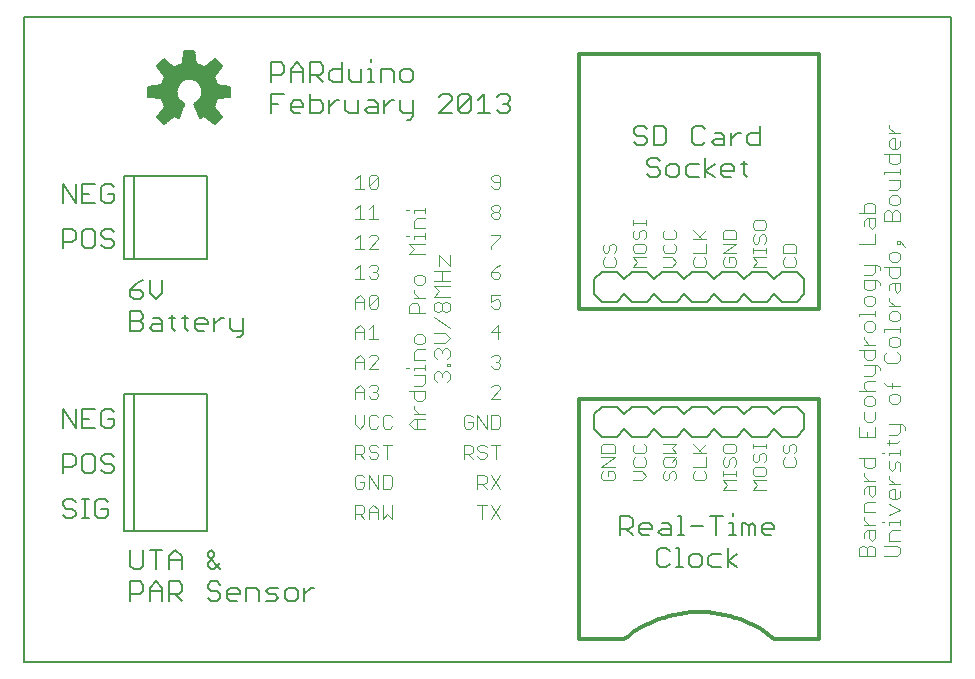
<source format=gto>
G75*
G70*
%OFA0B0*%
%FSLAX24Y24*%
%IPPOS*%
%LPD*%
%AMOC8*
5,1,8,0,0,1.08239X$1,22.5*
%
%ADD10C,0.0080*%
%ADD11C,0.0060*%
%ADD12C,0.0040*%
%ADD13C,0.0120*%
%ADD14C,0.0059*%
D10*
X000140Y000140D02*
X000140Y021636D01*
X031010Y021636D01*
X031010Y000140D01*
X000140Y000140D01*
X003473Y004479D02*
X003473Y009046D01*
X003788Y009046D01*
X003788Y004479D01*
X003473Y004479D01*
X003788Y004479D02*
X006229Y004479D01*
X006229Y009046D01*
X003788Y009046D01*
X003788Y013573D02*
X003473Y013573D01*
X003473Y016329D01*
X003788Y016329D01*
X003788Y013573D01*
X006229Y013573D01*
X006229Y016329D01*
X003788Y016329D01*
X019140Y012890D02*
X019140Y012390D01*
X019390Y012140D01*
X019890Y012140D01*
X020140Y012390D01*
X020390Y012140D01*
X020890Y012140D01*
X021140Y012390D01*
X021390Y012140D01*
X021890Y012140D01*
X022140Y012390D01*
X022390Y012140D01*
X022890Y012140D01*
X023140Y012390D01*
X023390Y012140D01*
X023890Y012140D01*
X024140Y012390D01*
X024390Y012140D01*
X024890Y012140D01*
X025140Y012390D01*
X025390Y012140D01*
X025890Y012140D01*
X026140Y012390D01*
X026140Y012890D01*
X025890Y013140D01*
X025390Y013140D01*
X025140Y012890D01*
X024890Y013140D01*
X024390Y013140D01*
X024140Y012890D01*
X023890Y013140D01*
X023390Y013140D01*
X023140Y012890D01*
X022890Y013140D01*
X022390Y013140D01*
X022140Y012890D01*
X021890Y013140D01*
X021390Y013140D01*
X021140Y012890D01*
X020890Y013140D01*
X020390Y013140D01*
X020140Y012890D01*
X019890Y013140D01*
X019390Y013140D01*
X019140Y012890D01*
X019390Y008640D02*
X019890Y008640D01*
X020140Y008390D01*
X020390Y008640D01*
X020890Y008640D01*
X021140Y008390D01*
X021390Y008640D01*
X021890Y008640D01*
X022140Y008390D01*
X022390Y008640D01*
X022890Y008640D01*
X023140Y008390D01*
X023390Y008640D01*
X023890Y008640D01*
X024140Y008390D01*
X024390Y008640D01*
X024890Y008640D01*
X025140Y008390D01*
X025390Y008640D01*
X025890Y008640D01*
X026140Y008390D01*
X026140Y007890D01*
X025890Y007640D01*
X025390Y007640D01*
X025140Y007890D01*
X024890Y007640D01*
X024390Y007640D01*
X024140Y007890D01*
X023890Y007640D01*
X023390Y007640D01*
X023140Y007890D01*
X022890Y007640D01*
X022390Y007640D01*
X022140Y007890D01*
X021890Y007640D01*
X021390Y007640D01*
X021140Y007890D01*
X020890Y007640D01*
X020390Y007640D01*
X020140Y007890D01*
X019890Y007640D01*
X019390Y007640D01*
X019140Y007890D01*
X019140Y008390D01*
X019390Y008640D01*
D11*
X023744Y005092D02*
X023744Y004986D01*
X023744Y004772D02*
X023637Y004772D01*
X023744Y004772D02*
X023744Y004345D01*
X023850Y004345D02*
X023637Y004345D01*
X023583Y003936D02*
X023583Y003295D01*
X023583Y003509D02*
X023903Y003722D01*
X023583Y003509D02*
X023903Y003295D01*
X023366Y003295D02*
X023045Y003295D01*
X022939Y003402D01*
X022939Y003615D01*
X023045Y003722D01*
X023366Y003722D01*
X023206Y004345D02*
X023206Y004986D01*
X023419Y004986D02*
X022992Y004986D01*
X022775Y004665D02*
X022348Y004665D01*
X022025Y004345D02*
X022025Y004986D01*
X021918Y004986D01*
X021701Y004665D02*
X021701Y004345D01*
X021380Y004345D01*
X021273Y004452D01*
X021380Y004559D01*
X021701Y004559D01*
X021701Y004665D02*
X021594Y004772D01*
X021380Y004772D01*
X021056Y004665D02*
X021056Y004559D01*
X020629Y004559D01*
X020629Y004665D02*
X020629Y004452D01*
X020736Y004345D01*
X020949Y004345D01*
X021327Y003936D02*
X021220Y003829D01*
X021220Y003402D01*
X021327Y003295D01*
X021540Y003295D01*
X021647Y003402D01*
X021864Y003295D02*
X022078Y003295D01*
X021971Y003295D02*
X021971Y003936D01*
X021864Y003936D01*
X021647Y003829D02*
X021540Y003936D01*
X021327Y003936D01*
X021918Y004345D02*
X022132Y004345D01*
X022401Y003722D02*
X022294Y003615D01*
X022294Y003402D01*
X022401Y003295D01*
X022614Y003295D01*
X022721Y003402D01*
X022721Y003615D01*
X022614Y003722D01*
X022401Y003722D01*
X021056Y004665D02*
X020949Y004772D01*
X020736Y004772D01*
X020629Y004665D01*
X020411Y004665D02*
X020305Y004559D01*
X019984Y004559D01*
X020198Y004559D02*
X020411Y004345D01*
X019984Y004345D02*
X019984Y004986D01*
X020305Y004986D01*
X020411Y004879D01*
X020411Y004665D01*
X024067Y004772D02*
X024067Y004345D01*
X024280Y004345D02*
X024280Y004665D01*
X024387Y004772D01*
X024494Y004665D01*
X024494Y004345D01*
X024711Y004452D02*
X024711Y004665D01*
X024818Y004772D01*
X025031Y004772D01*
X025138Y004665D01*
X025138Y004559D01*
X024711Y004559D01*
X024711Y004452D02*
X024818Y004345D01*
X025031Y004345D01*
X024280Y004665D02*
X024173Y004772D01*
X024067Y004772D01*
X009791Y002597D02*
X009684Y002597D01*
X009471Y002384D01*
X009471Y002597D02*
X009471Y002170D01*
X009253Y002277D02*
X009253Y002490D01*
X009147Y002597D01*
X008933Y002597D01*
X008826Y002490D01*
X008826Y002277D01*
X008933Y002170D01*
X009147Y002170D01*
X009253Y002277D01*
X008609Y002277D02*
X008502Y002170D01*
X008182Y002170D01*
X007964Y002170D02*
X007964Y002490D01*
X007858Y002597D01*
X007537Y002597D01*
X007537Y002170D01*
X007320Y002384D02*
X006893Y002384D01*
X006893Y002490D02*
X006893Y002277D01*
X007000Y002170D01*
X007213Y002170D01*
X007320Y002384D02*
X007320Y002490D01*
X007213Y002597D01*
X007000Y002597D01*
X006893Y002490D01*
X006675Y002384D02*
X006675Y002277D01*
X006568Y002170D01*
X006355Y002170D01*
X006248Y002277D01*
X006355Y002490D02*
X006568Y002490D01*
X006675Y002384D01*
X006355Y002490D02*
X006248Y002597D01*
X006248Y002704D01*
X006355Y002811D01*
X006568Y002811D01*
X006675Y002704D01*
X006675Y003220D02*
X006248Y003647D01*
X006248Y003754D01*
X006355Y003861D01*
X006462Y003754D01*
X006462Y003647D01*
X006248Y003434D01*
X006248Y003327D01*
X006355Y003220D01*
X006462Y003220D01*
X006675Y003434D01*
X005386Y003540D02*
X004959Y003540D01*
X004959Y003647D02*
X005173Y003861D01*
X005386Y003647D01*
X005386Y003220D01*
X005279Y002811D02*
X004959Y002811D01*
X004959Y002170D01*
X004959Y002384D02*
X005279Y002384D01*
X005386Y002490D01*
X005386Y002704D01*
X005279Y002811D01*
X004742Y002597D02*
X004742Y002170D01*
X005173Y002384D02*
X005386Y002170D01*
X004742Y002490D02*
X004315Y002490D01*
X004315Y002597D02*
X004528Y002811D01*
X004742Y002597D01*
X004315Y002597D02*
X004315Y002170D01*
X004097Y002490D02*
X003990Y002384D01*
X003670Y002384D01*
X003670Y002170D02*
X003670Y002811D01*
X003990Y002811D01*
X004097Y002704D01*
X004097Y002490D01*
X003990Y003220D02*
X004097Y003327D01*
X004097Y003861D01*
X004315Y003861D02*
X004742Y003861D01*
X004528Y003861D02*
X004528Y003220D01*
X004959Y003220D02*
X004959Y003647D01*
X003990Y003220D02*
X003777Y003220D01*
X003670Y003327D01*
X003670Y003861D01*
X002815Y004920D02*
X002601Y004920D01*
X002494Y005027D01*
X002494Y005454D01*
X002601Y005561D01*
X002815Y005561D01*
X002921Y005454D01*
X002921Y005240D02*
X002708Y005240D01*
X002921Y005240D02*
X002921Y005027D01*
X002815Y004920D01*
X002278Y004920D02*
X002065Y004920D01*
X002171Y004920D02*
X002171Y005561D01*
X002065Y005561D02*
X002278Y005561D01*
X001847Y005454D02*
X001740Y005561D01*
X001527Y005561D01*
X001420Y005454D01*
X001420Y005347D01*
X001527Y005240D01*
X001740Y005240D01*
X001847Y005134D01*
X001847Y005027D01*
X001740Y004920D01*
X001527Y004920D01*
X001420Y005027D01*
X001420Y006420D02*
X001420Y007061D01*
X001740Y007061D01*
X001847Y006954D01*
X001847Y006740D01*
X001740Y006634D01*
X001420Y006634D01*
X002065Y006527D02*
X002171Y006420D01*
X002385Y006420D01*
X002492Y006527D01*
X002492Y006954D01*
X002385Y007061D01*
X002171Y007061D01*
X002065Y006954D01*
X002065Y006527D01*
X002709Y006527D02*
X002816Y006420D01*
X003029Y006420D01*
X003136Y006527D01*
X003136Y006634D01*
X003029Y006740D01*
X002816Y006740D01*
X002709Y006847D01*
X002709Y006954D01*
X002816Y007061D01*
X003029Y007061D01*
X003136Y006954D01*
X003029Y007920D02*
X003136Y008027D01*
X003136Y008240D01*
X002923Y008240D01*
X003136Y008454D02*
X003029Y008561D01*
X002816Y008561D01*
X002709Y008454D01*
X002709Y008027D01*
X002816Y007920D01*
X003029Y007920D01*
X002492Y007920D02*
X002065Y007920D01*
X002065Y008561D01*
X002492Y008561D01*
X002278Y008240D02*
X002065Y008240D01*
X001847Y007920D02*
X001847Y008561D01*
X001420Y008561D02*
X001847Y007920D01*
X001420Y007920D02*
X001420Y008561D01*
X003670Y011170D02*
X003990Y011170D01*
X004097Y011277D01*
X004097Y011384D01*
X003990Y011490D01*
X003670Y011490D01*
X003670Y011170D02*
X003670Y011811D01*
X003990Y011811D01*
X004097Y011704D01*
X004097Y011597D01*
X003990Y011490D01*
X004315Y011277D02*
X004421Y011384D01*
X004742Y011384D01*
X004742Y011490D02*
X004742Y011170D01*
X004421Y011170D01*
X004315Y011277D01*
X004421Y011597D02*
X004635Y011597D01*
X004742Y011490D01*
X004959Y011597D02*
X005173Y011597D01*
X005066Y011704D02*
X005066Y011277D01*
X005173Y011170D01*
X005496Y011277D02*
X005602Y011170D01*
X005496Y011277D02*
X005496Y011704D01*
X005602Y011597D02*
X005389Y011597D01*
X005818Y011490D02*
X005925Y011597D01*
X006139Y011597D01*
X006246Y011490D01*
X006246Y011384D01*
X005818Y011384D01*
X005818Y011490D02*
X005818Y011277D01*
X005925Y011170D01*
X006139Y011170D01*
X006463Y011170D02*
X006463Y011597D01*
X006463Y011384D02*
X006677Y011597D01*
X006783Y011597D01*
X007000Y011597D02*
X007000Y011277D01*
X007107Y011170D01*
X007427Y011170D01*
X007427Y011063D02*
X007320Y010956D01*
X007214Y010956D01*
X007427Y011063D02*
X007427Y011597D01*
X004742Y012434D02*
X004742Y012861D01*
X004315Y012861D02*
X004315Y012434D01*
X004528Y012220D01*
X004742Y012434D01*
X004097Y012434D02*
X004097Y012327D01*
X003990Y012220D01*
X003777Y012220D01*
X003670Y012327D01*
X003670Y012540D01*
X003990Y012540D01*
X004097Y012434D01*
X003884Y012754D02*
X003670Y012540D01*
X003884Y012754D02*
X004097Y012861D01*
X003029Y013920D02*
X002816Y013920D01*
X002709Y014027D01*
X002492Y014027D02*
X002385Y013920D01*
X002171Y013920D01*
X002065Y014027D01*
X002065Y014454D01*
X002171Y014561D01*
X002385Y014561D01*
X002492Y014454D01*
X002492Y014027D01*
X002709Y014347D02*
X002816Y014240D01*
X003029Y014240D01*
X003136Y014134D01*
X003136Y014027D01*
X003029Y013920D01*
X002709Y014347D02*
X002709Y014454D01*
X002816Y014561D01*
X003029Y014561D01*
X003136Y014454D01*
X003029Y015420D02*
X003136Y015527D01*
X003136Y015740D01*
X002923Y015740D01*
X003136Y015954D02*
X003029Y016061D01*
X002816Y016061D01*
X002709Y015954D01*
X002709Y015527D01*
X002816Y015420D01*
X003029Y015420D01*
X002492Y015420D02*
X002065Y015420D01*
X002065Y016061D01*
X002492Y016061D01*
X002278Y015740D02*
X002065Y015740D01*
X001847Y015420D02*
X001847Y016061D01*
X001420Y016061D02*
X001847Y015420D01*
X001420Y015420D02*
X001420Y016061D01*
X001420Y014561D02*
X001740Y014561D01*
X001847Y014454D01*
X001847Y014240D01*
X001740Y014134D01*
X001420Y014134D01*
X001420Y013920D02*
X001420Y014561D01*
X008370Y018420D02*
X008370Y019061D01*
X008797Y019061D01*
X008584Y018740D02*
X008370Y018740D01*
X009015Y018740D02*
X009015Y018527D01*
X009121Y018420D01*
X009335Y018420D01*
X009442Y018634D02*
X009015Y018634D01*
X009015Y018740D02*
X009121Y018847D01*
X009335Y018847D01*
X009442Y018740D01*
X009442Y018634D01*
X009659Y018847D02*
X009979Y018847D01*
X010086Y018740D01*
X010086Y018527D01*
X009979Y018420D01*
X009659Y018420D01*
X009659Y019061D01*
X009659Y019470D02*
X009659Y020111D01*
X009979Y020111D01*
X010086Y020004D01*
X010086Y019790D01*
X009979Y019684D01*
X009659Y019684D01*
X009873Y019684D02*
X010086Y019470D01*
X010304Y019577D02*
X010304Y019790D01*
X010410Y019897D01*
X010731Y019897D01*
X010731Y020111D02*
X010731Y019470D01*
X010410Y019470D01*
X010304Y019577D01*
X010948Y019577D02*
X010948Y019897D01*
X011375Y019897D02*
X011375Y019470D01*
X011055Y019470D01*
X010948Y019577D01*
X011593Y019470D02*
X011806Y019470D01*
X011700Y019470D02*
X011700Y019897D01*
X011593Y019897D01*
X011700Y020111D02*
X011700Y020217D01*
X012022Y019897D02*
X012343Y019897D01*
X012449Y019790D01*
X012449Y019470D01*
X012667Y019577D02*
X012667Y019790D01*
X012774Y019897D01*
X012987Y019897D01*
X013094Y019790D01*
X013094Y019577D01*
X012987Y019470D01*
X012774Y019470D01*
X012667Y019577D01*
X012022Y019470D02*
X012022Y019897D01*
X012130Y018847D02*
X012130Y018420D01*
X012130Y018634D02*
X012343Y018847D01*
X012450Y018847D01*
X012667Y018847D02*
X012667Y018527D01*
X012774Y018420D01*
X013094Y018420D01*
X013094Y018313D02*
X012987Y018206D01*
X012881Y018206D01*
X013094Y018313D02*
X013094Y018847D01*
X013956Y018954D02*
X014063Y019061D01*
X014276Y019061D01*
X014383Y018954D01*
X014383Y018847D01*
X013956Y018420D01*
X014383Y018420D01*
X014601Y018527D02*
X015028Y018954D01*
X015028Y018527D01*
X014921Y018420D01*
X014707Y018420D01*
X014601Y018527D01*
X014601Y018954D01*
X014707Y019061D01*
X014921Y019061D01*
X015028Y018954D01*
X015245Y018847D02*
X015459Y019061D01*
X015459Y018420D01*
X015672Y018420D02*
X015245Y018420D01*
X015890Y018527D02*
X015997Y018420D01*
X016210Y018420D01*
X016317Y018527D01*
X016317Y018634D01*
X016210Y018740D01*
X016103Y018740D01*
X016210Y018740D02*
X016317Y018847D01*
X016317Y018954D01*
X016210Y019061D01*
X015997Y019061D01*
X015890Y018954D01*
X011912Y018740D02*
X011912Y018420D01*
X011592Y018420D01*
X011485Y018527D01*
X011592Y018634D01*
X011912Y018634D01*
X011912Y018740D02*
X011806Y018847D01*
X011592Y018847D01*
X011268Y018847D02*
X011268Y018420D01*
X010948Y018420D01*
X010841Y018527D01*
X010841Y018847D01*
X010624Y018847D02*
X010517Y018847D01*
X010304Y018634D01*
X010304Y018847D02*
X010304Y018420D01*
X009442Y019470D02*
X009442Y019897D01*
X009228Y020111D01*
X009015Y019897D01*
X009015Y019470D01*
X009015Y019790D02*
X009442Y019790D01*
X008797Y019790D02*
X008690Y019684D01*
X008370Y019684D01*
X008370Y019470D02*
X008370Y020111D01*
X008690Y020111D01*
X008797Y020004D01*
X008797Y019790D01*
X020468Y017879D02*
X020468Y017772D01*
X020575Y017665D01*
X020788Y017665D01*
X020895Y017559D01*
X020895Y017452D01*
X020788Y017345D01*
X020575Y017345D01*
X020468Y017452D01*
X020468Y017879D02*
X020575Y017986D01*
X020788Y017986D01*
X020895Y017879D01*
X021112Y017986D02*
X021433Y017986D01*
X021539Y017879D01*
X021539Y017452D01*
X021433Y017345D01*
X021112Y017345D01*
X021112Y017986D01*
X022401Y017879D02*
X022401Y017452D01*
X022508Y017345D01*
X022722Y017345D01*
X022828Y017452D01*
X023046Y017452D02*
X023153Y017559D01*
X023473Y017559D01*
X023473Y017665D02*
X023473Y017345D01*
X023153Y017345D01*
X023046Y017452D01*
X023153Y017772D02*
X023366Y017772D01*
X023473Y017665D01*
X023691Y017559D02*
X023904Y017772D01*
X024011Y017772D01*
X024228Y017665D02*
X024334Y017772D01*
X024655Y017772D01*
X024655Y017986D02*
X024655Y017345D01*
X024334Y017345D01*
X024228Y017452D01*
X024228Y017665D01*
X023691Y017772D02*
X023691Y017345D01*
X024120Y016829D02*
X024120Y016402D01*
X024226Y016295D01*
X023795Y016509D02*
X023368Y016509D01*
X023368Y016615D02*
X023368Y016402D01*
X023475Y016295D01*
X023689Y016295D01*
X023795Y016509D02*
X023795Y016615D01*
X023689Y016722D01*
X023475Y016722D01*
X023368Y016615D01*
X023151Y016722D02*
X022831Y016509D01*
X023151Y016295D01*
X022831Y016295D02*
X022831Y016936D01*
X022614Y016722D02*
X022293Y016722D01*
X022187Y016615D01*
X022187Y016402D01*
X022293Y016295D01*
X022614Y016295D01*
X021969Y016402D02*
X021969Y016615D01*
X021862Y016722D01*
X021649Y016722D01*
X021542Y016615D01*
X021542Y016402D01*
X021649Y016295D01*
X021862Y016295D01*
X021969Y016402D01*
X021325Y016402D02*
X021218Y016295D01*
X021004Y016295D01*
X020897Y016402D01*
X021004Y016615D02*
X021218Y016615D01*
X021325Y016509D01*
X021325Y016402D01*
X021004Y016615D02*
X020897Y016722D01*
X020897Y016829D01*
X021004Y016936D01*
X021218Y016936D01*
X021325Y016829D01*
X022401Y017879D02*
X022508Y017986D01*
X022722Y017986D01*
X022828Y017879D01*
X024013Y016722D02*
X024226Y016722D01*
X008609Y002597D02*
X008289Y002597D01*
X008182Y002490D01*
X008289Y002384D01*
X008502Y002384D01*
X008609Y002277D01*
D12*
X011160Y004910D02*
X011160Y005370D01*
X011390Y005370D01*
X011467Y005294D01*
X011467Y005140D01*
X011390Y005063D01*
X011160Y005063D01*
X011313Y005063D02*
X011467Y004910D01*
X011620Y004910D02*
X011620Y005217D01*
X011774Y005370D01*
X011927Y005217D01*
X011927Y004910D01*
X012081Y004910D02*
X012234Y005063D01*
X012388Y004910D01*
X012388Y005370D01*
X012081Y005370D02*
X012081Y004910D01*
X011927Y005140D02*
X011620Y005140D01*
X011620Y005910D02*
X011620Y006370D01*
X011927Y005910D01*
X011927Y006370D01*
X012081Y006370D02*
X012311Y006370D01*
X012388Y006294D01*
X012388Y005987D01*
X012311Y005910D01*
X012081Y005910D01*
X012081Y006370D01*
X012234Y006910D02*
X012234Y007370D01*
X012081Y007370D02*
X012388Y007370D01*
X011927Y007294D02*
X011851Y007370D01*
X011697Y007370D01*
X011620Y007294D01*
X011620Y007217D01*
X011697Y007140D01*
X011851Y007140D01*
X011927Y007063D01*
X011927Y006987D01*
X011851Y006910D01*
X011697Y006910D01*
X011620Y006987D01*
X011467Y006910D02*
X011313Y007063D01*
X011390Y007063D02*
X011160Y007063D01*
X011160Y006910D02*
X011160Y007370D01*
X011390Y007370D01*
X011467Y007294D01*
X011467Y007140D01*
X011390Y007063D01*
X011390Y006370D02*
X011237Y006370D01*
X011160Y006294D01*
X011160Y005987D01*
X011237Y005910D01*
X011390Y005910D01*
X011467Y005987D01*
X011467Y006140D01*
X011313Y006140D01*
X011467Y006294D02*
X011390Y006370D01*
X011313Y007910D02*
X011467Y008063D01*
X011467Y008370D01*
X011620Y008294D02*
X011620Y007987D01*
X011697Y007910D01*
X011851Y007910D01*
X011927Y007987D01*
X012081Y007987D02*
X012158Y007910D01*
X012311Y007910D01*
X012388Y007987D01*
X012081Y007987D02*
X012081Y008294D01*
X012158Y008370D01*
X012311Y008370D01*
X012388Y008294D01*
X011927Y008294D02*
X011851Y008370D01*
X011697Y008370D01*
X011620Y008294D01*
X011160Y008370D02*
X011160Y008063D01*
X011313Y007910D01*
X011160Y008910D02*
X011160Y009217D01*
X011313Y009370D01*
X011467Y009217D01*
X011467Y008910D01*
X011620Y008987D02*
X011697Y008910D01*
X011851Y008910D01*
X011927Y008987D01*
X011927Y009063D01*
X011851Y009140D01*
X011774Y009140D01*
X011851Y009140D02*
X011927Y009217D01*
X011927Y009294D01*
X011851Y009370D01*
X011697Y009370D01*
X011620Y009294D01*
X011467Y009140D02*
X011160Y009140D01*
X011160Y009910D02*
X011160Y010217D01*
X011313Y010370D01*
X011467Y010217D01*
X011467Y009910D01*
X011620Y009910D02*
X011927Y010217D01*
X011927Y010294D01*
X011851Y010370D01*
X011697Y010370D01*
X011620Y010294D01*
X011467Y010140D02*
X011160Y010140D01*
X011620Y009910D02*
X011927Y009910D01*
X012873Y009942D02*
X012960Y009942D01*
X013133Y009942D02*
X013480Y009942D01*
X013480Y009855D02*
X013480Y010029D01*
X013480Y010199D02*
X013133Y010199D01*
X013133Y010459D01*
X013220Y010546D01*
X013480Y010546D01*
X013393Y010715D02*
X013480Y010801D01*
X013480Y010975D01*
X013393Y011062D01*
X013220Y011062D01*
X013133Y010975D01*
X013133Y010801D01*
X013220Y010715D01*
X013393Y010715D01*
X013800Y010758D02*
X014147Y010758D01*
X014320Y010931D01*
X014147Y011105D01*
X013800Y011105D01*
X013800Y011620D02*
X014320Y011273D01*
X013480Y011746D02*
X012960Y011746D01*
X012960Y012006D01*
X013046Y012093D01*
X013220Y012093D01*
X013307Y012006D01*
X013307Y011746D01*
X013800Y011876D02*
X013800Y012049D01*
X013886Y012136D01*
X013973Y012136D01*
X014060Y012049D01*
X014060Y011876D01*
X013973Y011789D01*
X013886Y011789D01*
X013800Y011876D01*
X014060Y011876D02*
X014147Y011789D01*
X014233Y011789D01*
X014320Y011876D01*
X014320Y012049D01*
X014233Y012136D01*
X014147Y012136D01*
X014060Y012049D01*
X014320Y012305D02*
X013800Y012305D01*
X013973Y012478D01*
X013800Y012652D01*
X014320Y012652D01*
X014320Y012820D02*
X013800Y012820D01*
X014060Y012820D02*
X014060Y013167D01*
X013973Y013336D02*
X013973Y013683D01*
X014320Y013336D01*
X014320Y013683D01*
X014320Y013167D02*
X013800Y013167D01*
X013480Y012951D02*
X013393Y013038D01*
X013220Y013038D01*
X013133Y012951D01*
X013133Y012778D01*
X013220Y012691D01*
X013393Y012691D01*
X013480Y012778D01*
X013480Y012951D01*
X013133Y012522D02*
X013133Y012435D01*
X013307Y012262D01*
X013480Y012262D02*
X013133Y012262D01*
X011927Y012294D02*
X011927Y011987D01*
X011851Y011910D01*
X011697Y011910D01*
X011620Y011987D01*
X011927Y012294D01*
X011851Y012370D01*
X011697Y012370D01*
X011620Y012294D01*
X011620Y011987D01*
X011467Y011910D02*
X011467Y012217D01*
X011313Y012370D01*
X011160Y012217D01*
X011160Y011910D01*
X011160Y012140D02*
X011467Y012140D01*
X011313Y011370D02*
X011467Y011217D01*
X011467Y010910D01*
X011620Y010910D02*
X011927Y010910D01*
X011774Y010910D02*
X011774Y011370D01*
X011620Y011217D01*
X011467Y011140D02*
X011160Y011140D01*
X011160Y011217D02*
X011313Y011370D01*
X011160Y011217D02*
X011160Y010910D01*
X013133Y009942D02*
X013133Y009855D01*
X013133Y009687D02*
X013480Y009687D01*
X013480Y009426D01*
X013393Y009340D01*
X013133Y009340D01*
X013133Y009171D02*
X013133Y008911D01*
X013220Y008824D01*
X013393Y008824D01*
X013480Y008911D01*
X013480Y009171D01*
X012960Y009171D01*
X013133Y008654D02*
X013133Y008568D01*
X013307Y008394D01*
X013480Y008394D02*
X013133Y008394D01*
X013133Y008226D02*
X013480Y008226D01*
X013220Y008226D02*
X013220Y007879D01*
X013133Y007879D02*
X012960Y008052D01*
X013133Y008226D01*
X013133Y007879D02*
X013480Y007879D01*
X014779Y007987D02*
X014856Y007910D01*
X015009Y007910D01*
X015086Y007987D01*
X015086Y008140D01*
X014932Y008140D01*
X014779Y007987D02*
X014779Y008294D01*
X014856Y008370D01*
X015009Y008370D01*
X015086Y008294D01*
X015239Y008370D02*
X015546Y007910D01*
X015546Y008370D01*
X015700Y008370D02*
X015930Y008370D01*
X016007Y008294D01*
X016007Y007987D01*
X015930Y007910D01*
X015700Y007910D01*
X015700Y008370D01*
X015239Y008370D02*
X015239Y007910D01*
X015316Y007370D02*
X015239Y007294D01*
X015239Y007217D01*
X015316Y007140D01*
X015469Y007140D01*
X015546Y007063D01*
X015546Y006987D01*
X015469Y006910D01*
X015316Y006910D01*
X015239Y006987D01*
X015086Y006910D02*
X014932Y007063D01*
X015009Y007063D02*
X014779Y007063D01*
X014779Y006910D02*
X014779Y007370D01*
X015009Y007370D01*
X015086Y007294D01*
X015086Y007140D01*
X015009Y007063D01*
X015316Y007370D02*
X015469Y007370D01*
X015546Y007294D01*
X015700Y007370D02*
X016007Y007370D01*
X015853Y007370D02*
X015853Y006910D01*
X015700Y006370D02*
X016007Y005910D01*
X015700Y005910D02*
X016007Y006370D01*
X015546Y006294D02*
X015546Y006140D01*
X015469Y006063D01*
X015239Y006063D01*
X015239Y005910D02*
X015239Y006370D01*
X015469Y006370D01*
X015546Y006294D01*
X015393Y006063D02*
X015546Y005910D01*
X015546Y005370D02*
X015239Y005370D01*
X015393Y005370D02*
X015393Y004910D01*
X015700Y004910D02*
X016007Y005370D01*
X015700Y005370D02*
X016007Y004910D01*
X019360Y006256D02*
X019436Y006179D01*
X019743Y006179D01*
X019820Y006256D01*
X019820Y006409D01*
X019743Y006486D01*
X019590Y006486D01*
X019590Y006332D01*
X019436Y006486D02*
X019360Y006409D01*
X019360Y006256D01*
X019360Y006639D02*
X019820Y006946D01*
X019360Y006946D01*
X019360Y007100D02*
X019360Y007330D01*
X019436Y007407D01*
X019743Y007407D01*
X019820Y007330D01*
X019820Y007100D01*
X019360Y007100D01*
X019360Y006639D02*
X019820Y006639D01*
X020410Y006716D02*
X020486Y006639D01*
X020793Y006639D01*
X020870Y006716D01*
X020870Y006869D01*
X020793Y006946D01*
X020793Y007100D02*
X020486Y007100D01*
X020410Y007176D01*
X020410Y007330D01*
X020486Y007407D01*
X020793Y007407D02*
X020870Y007330D01*
X020870Y007176D01*
X020793Y007100D01*
X020486Y006946D02*
X020410Y006869D01*
X020410Y006716D01*
X020410Y006486D02*
X020717Y006486D01*
X020870Y006332D01*
X020717Y006179D01*
X020410Y006179D01*
X021410Y006256D02*
X021486Y006179D01*
X021563Y006179D01*
X021640Y006256D01*
X021640Y006409D01*
X021717Y006486D01*
X021793Y006486D01*
X021870Y006409D01*
X021870Y006256D01*
X021793Y006179D01*
X021410Y006256D02*
X021410Y006409D01*
X021486Y006486D01*
X021486Y006639D02*
X021410Y006716D01*
X021410Y006869D01*
X021486Y006946D01*
X021793Y006946D01*
X021870Y006869D01*
X021870Y006716D01*
X021793Y006639D01*
X021486Y006639D01*
X021717Y006793D02*
X021870Y006946D01*
X021870Y007100D02*
X021717Y007253D01*
X021870Y007407D01*
X021410Y007407D01*
X021410Y007100D02*
X021870Y007100D01*
X022410Y007100D02*
X022870Y007100D01*
X022717Y007100D02*
X022410Y007407D01*
X022640Y007176D02*
X022870Y007407D01*
X023410Y007330D02*
X023410Y007176D01*
X023486Y007100D01*
X023793Y007100D01*
X023870Y007176D01*
X023870Y007330D01*
X023793Y007407D01*
X023486Y007407D01*
X023410Y007330D01*
X023486Y006946D02*
X023410Y006869D01*
X023410Y006716D01*
X023486Y006639D01*
X023563Y006639D01*
X023640Y006716D01*
X023640Y006869D01*
X023717Y006946D01*
X023793Y006946D01*
X023870Y006869D01*
X023870Y006716D01*
X023793Y006639D01*
X023870Y006486D02*
X023870Y006332D01*
X023870Y006409D02*
X023410Y006409D01*
X023410Y006332D02*
X023410Y006486D01*
X023410Y006179D02*
X023870Y006179D01*
X023563Y006025D02*
X023410Y006179D01*
X023563Y006025D02*
X023410Y005872D01*
X023870Y005872D01*
X024410Y005872D02*
X024563Y006025D01*
X024410Y006179D01*
X024870Y006179D01*
X024793Y006332D02*
X024486Y006332D01*
X024410Y006409D01*
X024410Y006562D01*
X024486Y006639D01*
X024793Y006639D01*
X024870Y006562D01*
X024870Y006409D01*
X024793Y006332D01*
X024793Y006793D02*
X024870Y006869D01*
X024870Y007023D01*
X024793Y007100D01*
X024717Y007100D01*
X024640Y007023D01*
X024640Y006869D01*
X024563Y006793D01*
X024486Y006793D01*
X024410Y006869D01*
X024410Y007023D01*
X024486Y007100D01*
X024410Y007253D02*
X024410Y007407D01*
X024410Y007330D02*
X024870Y007330D01*
X024870Y007253D02*
X024870Y007407D01*
X025410Y007330D02*
X025410Y007176D01*
X025486Y007100D01*
X025563Y007100D01*
X025640Y007176D01*
X025640Y007330D01*
X025717Y007407D01*
X025793Y007407D01*
X025870Y007330D01*
X025870Y007176D01*
X025793Y007100D01*
X025793Y006946D02*
X025870Y006869D01*
X025870Y006716D01*
X025793Y006639D01*
X025486Y006639D01*
X025410Y006716D01*
X025410Y006869D01*
X025486Y006946D01*
X025410Y007330D02*
X025486Y007407D01*
X024870Y005872D02*
X024410Y005872D01*
X022870Y006256D02*
X022870Y006409D01*
X022793Y006486D01*
X022870Y006639D02*
X022870Y006946D01*
X022870Y006639D02*
X022410Y006639D01*
X022486Y006486D02*
X022410Y006409D01*
X022410Y006256D01*
X022486Y006179D01*
X022793Y006179D01*
X022870Y006256D01*
X027960Y006929D02*
X028480Y006929D01*
X028480Y006669D01*
X028393Y006582D01*
X028220Y006582D01*
X028133Y006669D01*
X028133Y006929D01*
X028133Y006412D02*
X028133Y006326D01*
X028307Y006152D01*
X028307Y005984D02*
X028307Y005723D01*
X028393Y005637D01*
X028480Y005723D01*
X028480Y005984D01*
X028220Y005984D01*
X028133Y005897D01*
X028133Y005723D01*
X028220Y005468D02*
X028480Y005468D01*
X028220Y005468D02*
X028133Y005381D01*
X028133Y005121D01*
X028480Y005121D01*
X028133Y004952D02*
X028133Y004865D01*
X028307Y004691D01*
X028307Y004523D02*
X028307Y004262D01*
X028393Y004176D01*
X028480Y004262D01*
X028480Y004523D01*
X028220Y004523D01*
X028133Y004436D01*
X028133Y004262D01*
X028133Y004007D02*
X028220Y003920D01*
X028220Y003660D01*
X028480Y003660D02*
X027960Y003660D01*
X027960Y003920D01*
X028046Y004007D01*
X028133Y004007D01*
X028220Y003920D02*
X028307Y004007D01*
X028393Y004007D01*
X028480Y003920D01*
X028480Y003660D01*
X028800Y003660D02*
X029233Y003660D01*
X029320Y003747D01*
X029320Y003920D01*
X029233Y004007D01*
X028800Y004007D01*
X028973Y004176D02*
X028973Y004436D01*
X029060Y004523D01*
X029320Y004523D01*
X029320Y004691D02*
X029320Y004865D01*
X029320Y004778D02*
X028973Y004778D01*
X028973Y004691D01*
X028800Y004778D02*
X028713Y004778D01*
X028480Y004691D02*
X028133Y004691D01*
X028973Y005035D02*
X029320Y005209D01*
X028973Y005382D01*
X029060Y005551D02*
X028973Y005637D01*
X028973Y005811D01*
X029060Y005898D01*
X029147Y005898D01*
X029147Y005551D01*
X029233Y005551D02*
X029060Y005551D01*
X029233Y005551D02*
X029320Y005637D01*
X029320Y005811D01*
X029320Y006066D02*
X028973Y006066D01*
X029147Y006066D02*
X028973Y006240D01*
X028973Y006327D01*
X029060Y006496D02*
X028973Y006583D01*
X028973Y006843D01*
X028973Y007012D02*
X028973Y007098D01*
X029320Y007098D01*
X029320Y007012D02*
X029320Y007185D01*
X029233Y006843D02*
X029147Y006756D01*
X029147Y006583D01*
X029060Y006496D01*
X029320Y006496D02*
X029320Y006756D01*
X029233Y006843D01*
X028800Y007098D02*
X028713Y007098D01*
X028973Y007355D02*
X028973Y007529D01*
X028886Y007442D02*
X029233Y007442D01*
X029320Y007529D01*
X029233Y007699D02*
X029320Y007786D01*
X029320Y008046D01*
X029407Y008046D02*
X029493Y007959D01*
X029493Y007873D01*
X029407Y008046D02*
X028973Y008046D01*
X028973Y007699D02*
X029233Y007699D01*
X028480Y007613D02*
X028480Y007960D01*
X028393Y008129D02*
X028220Y008129D01*
X028133Y008216D01*
X028133Y008476D01*
X028220Y008645D02*
X028393Y008645D01*
X028480Y008731D01*
X028480Y008905D01*
X028393Y008991D01*
X028220Y008991D01*
X028133Y008905D01*
X028133Y008731D01*
X028220Y008645D01*
X028480Y008476D02*
X028480Y008216D01*
X028393Y008129D01*
X028220Y007787D02*
X028220Y007613D01*
X027960Y007613D02*
X028480Y007613D01*
X027960Y007613D02*
X027960Y007960D01*
X028973Y008817D02*
X029060Y008730D01*
X029233Y008730D01*
X029320Y008817D01*
X029320Y008991D01*
X029233Y009077D01*
X029060Y009077D01*
X028973Y008991D01*
X028973Y008817D01*
X029060Y009246D02*
X029060Y009420D01*
X028886Y009333D02*
X028800Y009420D01*
X028886Y009333D02*
X029320Y009333D01*
X028653Y009849D02*
X028653Y009936D01*
X028567Y010023D01*
X028133Y010023D01*
X028220Y010191D02*
X028133Y010278D01*
X028133Y010538D01*
X028133Y010707D02*
X028480Y010707D01*
X028480Y010538D02*
X028480Y010278D01*
X028393Y010191D01*
X028220Y010191D01*
X028480Y010023D02*
X028480Y009763D01*
X028393Y009676D01*
X028133Y009676D01*
X028220Y009507D02*
X028480Y009507D01*
X028220Y009507D02*
X028133Y009420D01*
X028133Y009247D01*
X028220Y009160D01*
X027960Y009160D02*
X028480Y009160D01*
X028886Y010105D02*
X029233Y010105D01*
X029320Y010192D01*
X029320Y010366D01*
X029233Y010452D01*
X029233Y010621D02*
X029320Y010708D01*
X029320Y010881D01*
X029233Y010968D01*
X029060Y010968D01*
X028973Y010881D01*
X028973Y010708D01*
X029060Y010621D01*
X029233Y010621D01*
X028886Y010452D02*
X028800Y010366D01*
X028800Y010192D01*
X028886Y010105D01*
X028480Y010538D02*
X027960Y010538D01*
X028133Y010881D02*
X028133Y010967D01*
X028133Y010881D02*
X028307Y010707D01*
X028220Y011137D02*
X028393Y011137D01*
X028480Y011224D01*
X028480Y011397D01*
X028393Y011484D01*
X028220Y011484D01*
X028133Y011397D01*
X028133Y011224D01*
X028220Y011137D01*
X028480Y011652D02*
X028480Y011826D01*
X028480Y011739D02*
X027960Y011739D01*
X027960Y011652D01*
X028220Y011996D02*
X028393Y011996D01*
X028480Y012083D01*
X028480Y012256D01*
X028393Y012343D01*
X028220Y012343D01*
X028133Y012256D01*
X028133Y012083D01*
X028220Y011996D01*
X028220Y012512D02*
X028393Y012512D01*
X028480Y012599D01*
X028480Y012859D01*
X028567Y012859D02*
X028133Y012859D01*
X028133Y012599D01*
X028220Y012512D01*
X028653Y012685D02*
X028653Y012772D01*
X028567Y012859D01*
X028393Y013027D02*
X028480Y013114D01*
X028480Y013374D01*
X028567Y013374D02*
X028653Y013288D01*
X028653Y013201D01*
X028800Y013288D02*
X029320Y013288D01*
X029320Y013028D01*
X029233Y012942D01*
X029060Y012942D01*
X028973Y013028D01*
X028973Y013288D01*
X029060Y013457D02*
X029233Y013457D01*
X029320Y013544D01*
X029320Y013717D01*
X029233Y013804D01*
X029060Y013804D01*
X028973Y013717D01*
X028973Y013544D01*
X029060Y013457D01*
X028567Y013374D02*
X028133Y013374D01*
X028133Y013027D02*
X028393Y013027D01*
X028973Y012686D02*
X028973Y012513D01*
X028973Y012686D02*
X029060Y012773D01*
X029320Y012773D01*
X029320Y012513D01*
X029233Y012426D01*
X029147Y012513D01*
X029147Y012773D01*
X028973Y012256D02*
X028973Y012170D01*
X029147Y011996D01*
X029320Y011996D02*
X028973Y011996D01*
X029060Y011827D02*
X028973Y011741D01*
X028973Y011567D01*
X029060Y011481D01*
X029233Y011481D01*
X029320Y011567D01*
X029320Y011741D01*
X029233Y011827D01*
X029060Y011827D01*
X029320Y011310D02*
X029320Y011137D01*
X029320Y011224D02*
X028800Y011224D01*
X028800Y011137D01*
X025870Y013387D02*
X025793Y013310D01*
X025486Y013310D01*
X025410Y013387D01*
X025410Y013540D01*
X025486Y013617D01*
X025410Y013770D02*
X025410Y014001D01*
X025486Y014077D01*
X025793Y014077D01*
X025870Y014001D01*
X025870Y013770D01*
X025410Y013770D01*
X025793Y013617D02*
X025870Y013540D01*
X025870Y013387D01*
X024870Y013310D02*
X024410Y013310D01*
X024563Y013463D01*
X024410Y013617D01*
X024870Y013617D01*
X024870Y013770D02*
X024870Y013924D01*
X024870Y013847D02*
X024410Y013847D01*
X024410Y013770D02*
X024410Y013924D01*
X024486Y014077D02*
X024563Y014077D01*
X024640Y014154D01*
X024640Y014308D01*
X024717Y014384D01*
X024793Y014384D01*
X024870Y014308D01*
X024870Y014154D01*
X024793Y014077D01*
X024486Y014077D02*
X024410Y014154D01*
X024410Y014308D01*
X024486Y014384D01*
X024486Y014538D02*
X024793Y014538D01*
X024870Y014614D01*
X024870Y014768D01*
X024793Y014845D01*
X024486Y014845D01*
X024410Y014768D01*
X024410Y014614D01*
X024486Y014538D01*
X023870Y014461D02*
X023870Y014231D01*
X023410Y014231D01*
X023410Y014461D01*
X023486Y014538D01*
X023793Y014538D01*
X023870Y014461D01*
X023870Y014077D02*
X023410Y014077D01*
X023410Y013770D02*
X023870Y014077D01*
X023870Y013770D02*
X023410Y013770D01*
X023486Y013617D02*
X023410Y013540D01*
X023410Y013387D01*
X023486Y013310D01*
X023793Y013310D01*
X023870Y013387D01*
X023870Y013540D01*
X023793Y013617D01*
X023640Y013617D01*
X023640Y013463D01*
X022870Y013387D02*
X022870Y013540D01*
X022793Y013617D01*
X022870Y013770D02*
X022870Y014077D01*
X022870Y014231D02*
X022410Y014231D01*
X022640Y014308D02*
X022870Y014538D01*
X022717Y014231D02*
X022410Y014538D01*
X021870Y014461D02*
X021870Y014308D01*
X021793Y014231D01*
X021486Y014231D01*
X021410Y014308D01*
X021410Y014461D01*
X021486Y014538D01*
X021793Y014538D02*
X021870Y014461D01*
X021793Y014077D02*
X021870Y014001D01*
X021870Y013847D01*
X021793Y013770D01*
X021486Y013770D01*
X021410Y013847D01*
X021410Y014001D01*
X021486Y014077D01*
X021410Y013617D02*
X021717Y013617D01*
X021870Y013463D01*
X021717Y013310D01*
X021410Y013310D01*
X020870Y013310D02*
X020410Y013310D01*
X020563Y013463D01*
X020410Y013617D01*
X020870Y013617D01*
X020793Y013770D02*
X020486Y013770D01*
X020410Y013847D01*
X020410Y014001D01*
X020486Y014077D01*
X020793Y014077D01*
X020870Y014001D01*
X020870Y013847D01*
X020793Y013770D01*
X020793Y014231D02*
X020870Y014308D01*
X020870Y014461D01*
X020793Y014538D01*
X020717Y014538D01*
X020640Y014461D01*
X020640Y014308D01*
X020563Y014231D01*
X020486Y014231D01*
X020410Y014308D01*
X020410Y014461D01*
X020486Y014538D01*
X020410Y014691D02*
X020410Y014845D01*
X020410Y014768D02*
X020870Y014768D01*
X020870Y014691D02*
X020870Y014845D01*
X019870Y014001D02*
X019870Y013847D01*
X019793Y013770D01*
X019793Y013617D02*
X019870Y013540D01*
X019870Y013387D01*
X019793Y013310D01*
X019486Y013310D01*
X019410Y013387D01*
X019410Y013540D01*
X019486Y013617D01*
X019486Y013770D02*
X019563Y013770D01*
X019640Y013847D01*
X019640Y014001D01*
X019717Y014077D01*
X019793Y014077D01*
X019870Y014001D01*
X019486Y014077D02*
X019410Y014001D01*
X019410Y013847D01*
X019486Y013770D01*
X022410Y013770D02*
X022870Y013770D01*
X022486Y013617D02*
X022410Y013540D01*
X022410Y013387D01*
X022486Y013310D01*
X022793Y013310D01*
X022870Y013387D01*
X027960Y014059D02*
X028480Y014059D01*
X028480Y014406D01*
X028393Y014574D02*
X028307Y014661D01*
X028307Y014921D01*
X028220Y014921D02*
X028480Y014921D01*
X028480Y014661D01*
X028393Y014574D01*
X028133Y014661D02*
X028133Y014835D01*
X028220Y014921D01*
X028133Y015090D02*
X028133Y015350D01*
X028220Y015437D01*
X028393Y015437D01*
X028480Y015350D01*
X028480Y015090D01*
X027960Y015090D01*
X028800Y015092D02*
X028800Y014832D01*
X029320Y014832D01*
X029320Y015092D01*
X029233Y015179D01*
X029147Y015179D01*
X029060Y015092D01*
X029060Y014832D01*
X029060Y015092D02*
X028973Y015179D01*
X028886Y015179D01*
X028800Y015092D01*
X029060Y015348D02*
X029233Y015348D01*
X029320Y015435D01*
X029320Y015608D01*
X029233Y015695D01*
X029060Y015695D01*
X028973Y015608D01*
X028973Y015435D01*
X029060Y015348D01*
X028973Y015863D02*
X029233Y015863D01*
X029320Y015950D01*
X029320Y016210D01*
X028973Y016210D01*
X028800Y016379D02*
X028800Y016466D01*
X029320Y016466D01*
X029320Y016379D02*
X029320Y016553D01*
X029233Y016723D02*
X029320Y016810D01*
X029320Y017070D01*
X028800Y017070D01*
X028973Y017070D02*
X028973Y016810D01*
X029060Y016723D01*
X029233Y016723D01*
X029233Y017239D02*
X029060Y017239D01*
X028973Y017325D01*
X028973Y017499D01*
X029060Y017585D01*
X029147Y017585D01*
X029147Y017239D01*
X029233Y017239D02*
X029320Y017325D01*
X029320Y017499D01*
X029320Y017754D02*
X028973Y017754D01*
X029147Y017754D02*
X028973Y017928D01*
X028973Y018014D01*
X029233Y014146D02*
X029233Y014060D01*
X029320Y014060D01*
X029320Y014146D01*
X029233Y014146D01*
X029320Y014146D02*
X029493Y013973D01*
X028480Y006152D02*
X028133Y006152D01*
X028973Y004176D02*
X029320Y004176D01*
X016007Y008910D02*
X015700Y008910D01*
X016007Y009217D01*
X016007Y009294D01*
X015930Y009370D01*
X015776Y009370D01*
X015700Y009294D01*
X015776Y009910D02*
X015700Y009987D01*
X015776Y009910D02*
X015930Y009910D01*
X016007Y009987D01*
X016007Y010063D01*
X015930Y010140D01*
X015853Y010140D01*
X015930Y010140D02*
X016007Y010217D01*
X016007Y010294D01*
X015930Y010370D01*
X015776Y010370D01*
X015700Y010294D01*
X015930Y010910D02*
X015930Y011370D01*
X015700Y011140D01*
X016007Y011140D01*
X015930Y011910D02*
X015776Y011910D01*
X015700Y011987D01*
X015700Y012140D02*
X015853Y012217D01*
X015930Y012217D01*
X016007Y012140D01*
X016007Y011987D01*
X015930Y011910D01*
X015700Y012140D02*
X015700Y012370D01*
X016007Y012370D01*
X015930Y012910D02*
X015776Y012910D01*
X015700Y012987D01*
X015700Y013140D01*
X015930Y013140D01*
X016007Y013063D01*
X016007Y012987D01*
X015930Y012910D01*
X015700Y013140D02*
X015853Y013294D01*
X016007Y013370D01*
X015700Y013910D02*
X015700Y013987D01*
X016007Y014294D01*
X016007Y014370D01*
X015700Y014370D01*
X015776Y014910D02*
X015700Y014987D01*
X015700Y015063D01*
X015776Y015140D01*
X015930Y015140D01*
X016007Y015063D01*
X016007Y014987D01*
X015930Y014910D01*
X015776Y014910D01*
X015776Y015140D02*
X015700Y015217D01*
X015700Y015294D01*
X015776Y015370D01*
X015930Y015370D01*
X016007Y015294D01*
X016007Y015217D01*
X015930Y015140D01*
X015930Y015910D02*
X015776Y015910D01*
X015700Y015987D01*
X015776Y016140D02*
X016007Y016140D01*
X016007Y015987D02*
X016007Y016294D01*
X015930Y016370D01*
X015776Y016370D01*
X015700Y016294D01*
X015700Y016217D01*
X015776Y016140D01*
X015930Y015910D02*
X016007Y015987D01*
X013480Y015271D02*
X013480Y015098D01*
X013480Y015184D02*
X013133Y015184D01*
X013133Y015098D01*
X013220Y014929D02*
X013480Y014929D01*
X013220Y014929D02*
X013133Y014842D01*
X013133Y014582D01*
X013480Y014582D01*
X013480Y014412D02*
X013480Y014238D01*
X013480Y014325D02*
X013133Y014325D01*
X013133Y014238D01*
X012960Y014325D02*
X012873Y014325D01*
X012960Y014070D02*
X013480Y014070D01*
X013480Y013723D02*
X012960Y013723D01*
X013133Y013896D01*
X012960Y014070D01*
X011927Y014217D02*
X011927Y014294D01*
X011851Y014370D01*
X011697Y014370D01*
X011620Y014294D01*
X011313Y014370D02*
X011313Y013910D01*
X011160Y013910D02*
X011467Y013910D01*
X011620Y013910D02*
X011927Y014217D01*
X011927Y013910D02*
X011620Y013910D01*
X011697Y013370D02*
X011851Y013370D01*
X011927Y013294D01*
X011927Y013217D01*
X011851Y013140D01*
X011927Y013063D01*
X011927Y012987D01*
X011851Y012910D01*
X011697Y012910D01*
X011620Y012987D01*
X011467Y012910D02*
X011160Y012910D01*
X011313Y012910D02*
X011313Y013370D01*
X011160Y013217D01*
X011620Y013294D02*
X011697Y013370D01*
X011774Y013140D02*
X011851Y013140D01*
X011160Y014217D02*
X011313Y014370D01*
X011313Y014910D02*
X011313Y015370D01*
X011160Y015217D01*
X011160Y014910D02*
X011467Y014910D01*
X011620Y014910D02*
X011927Y014910D01*
X011774Y014910D02*
X011774Y015370D01*
X011620Y015217D01*
X011697Y015910D02*
X011620Y015987D01*
X011927Y016294D01*
X011927Y015987D01*
X011851Y015910D01*
X011697Y015910D01*
X011620Y015987D02*
X011620Y016294D01*
X011697Y016370D01*
X011851Y016370D01*
X011927Y016294D01*
X011467Y015910D02*
X011160Y015910D01*
X011313Y015910D02*
X011313Y016370D01*
X011160Y016217D01*
X012873Y015184D02*
X012960Y015184D01*
X013886Y010589D02*
X013973Y010589D01*
X014060Y010502D01*
X014147Y010589D01*
X014233Y010589D01*
X014320Y010502D01*
X014320Y010329D01*
X014233Y010242D01*
X014233Y010071D02*
X014320Y010071D01*
X014320Y009984D01*
X014233Y009984D01*
X014233Y010071D01*
X014233Y009815D02*
X014320Y009729D01*
X014320Y009555D01*
X014233Y009469D01*
X014060Y009642D02*
X014060Y009729D01*
X014147Y009815D01*
X014233Y009815D01*
X014060Y009729D02*
X013973Y009815D01*
X013886Y009815D01*
X013800Y009729D01*
X013800Y009555D01*
X013886Y009469D01*
X013886Y010242D02*
X013800Y010329D01*
X013800Y010502D01*
X013886Y010589D01*
X014060Y010502D02*
X014060Y010415D01*
D13*
X018640Y011890D02*
X026640Y011890D01*
X026640Y020390D01*
X018640Y020390D01*
X018640Y011890D01*
X018640Y008890D02*
X026640Y008890D01*
X026640Y000890D01*
X025140Y000890D01*
X024993Y001006D01*
X024841Y001115D01*
X024684Y001217D01*
X024523Y001311D01*
X024357Y001397D01*
X024187Y001476D01*
X024013Y001546D01*
X023837Y001607D01*
X023657Y001660D01*
X023475Y001705D01*
X023292Y001740D01*
X023107Y001767D01*
X022920Y001785D01*
X022734Y001794D01*
X022546Y001794D01*
X022360Y001785D01*
X022173Y001767D01*
X021988Y001740D01*
X021805Y001705D01*
X021623Y001660D01*
X021443Y001607D01*
X021267Y001546D01*
X021093Y001476D01*
X020923Y001397D01*
X020757Y001311D01*
X020596Y001217D01*
X020439Y001115D01*
X020287Y001006D01*
X020140Y000890D01*
X018640Y000890D01*
X018640Y008890D01*
D14*
X006726Y018292D02*
X006488Y018054D01*
X006142Y018337D01*
X006074Y018298D01*
X006003Y018265D01*
X005805Y018742D01*
X005876Y018780D01*
X005939Y018830D01*
X005992Y018892D01*
X006032Y018962D01*
X006058Y019038D01*
X006070Y019118D01*
X006067Y019199D01*
X006048Y019277D01*
X006015Y019351D01*
X005969Y019417D01*
X005912Y019474D01*
X005845Y019519D01*
X005770Y019550D01*
X005691Y019568D01*
X005611Y019570D01*
X005531Y019557D01*
X005455Y019529D01*
X005386Y019488D01*
X005325Y019434D01*
X005276Y019370D01*
X005239Y019298D01*
X005217Y019220D01*
X005209Y019140D01*
X005215Y019068D01*
X005234Y018998D01*
X005263Y018932D01*
X005303Y018872D01*
X005353Y018819D01*
X005411Y018775D01*
X005475Y018742D01*
X005277Y018265D01*
X005206Y018298D01*
X005138Y018337D01*
X004792Y018054D01*
X004554Y018292D01*
X004837Y018638D01*
X004786Y018730D01*
X004746Y018826D01*
X004717Y018927D01*
X004272Y018972D01*
X004272Y019308D01*
X004717Y019353D01*
X004746Y019454D01*
X004786Y019550D01*
X004837Y019642D01*
X004554Y019988D01*
X004792Y020226D01*
X005138Y019943D01*
X005230Y019994D01*
X005326Y020034D01*
X005427Y020063D01*
X005472Y020508D01*
X005808Y020508D01*
X005853Y020063D01*
X005954Y020034D01*
X006050Y019994D01*
X006142Y019943D01*
X006488Y020226D01*
X006726Y019988D01*
X006443Y019642D01*
X006494Y019550D01*
X006534Y019454D01*
X006563Y019353D01*
X007008Y019308D01*
X007008Y018972D01*
X006563Y018927D01*
X006534Y018826D01*
X006494Y018730D01*
X006443Y018638D01*
X006726Y018292D01*
X006704Y018270D02*
X006224Y018270D01*
X006294Y018212D02*
X006647Y018212D01*
X006589Y018155D02*
X006365Y018155D01*
X006435Y018097D02*
X006531Y018097D01*
X006697Y018327D02*
X006153Y018327D01*
X006126Y018327D02*
X005977Y018327D01*
X006000Y018270D02*
X006014Y018270D01*
X005953Y018385D02*
X006650Y018385D01*
X006603Y018443D02*
X005929Y018443D01*
X005905Y018500D02*
X006556Y018500D01*
X006509Y018558D02*
X005881Y018558D01*
X005857Y018615D02*
X006462Y018615D01*
X006463Y018673D02*
X005834Y018673D01*
X005810Y018730D02*
X006494Y018730D01*
X006518Y018788D02*
X005886Y018788D01*
X005952Y018845D02*
X006539Y018845D01*
X006556Y018903D02*
X005998Y018903D01*
X006031Y018961D02*
X006895Y018961D01*
X007008Y019018D02*
X006051Y019018D01*
X006064Y019076D02*
X007008Y019076D01*
X007008Y019133D02*
X006069Y019133D01*
X006067Y019191D02*
X007008Y019191D01*
X007008Y019248D02*
X006055Y019248D01*
X006035Y019306D02*
X007008Y019306D01*
X006560Y019363D02*
X006007Y019363D01*
X005966Y019421D02*
X006543Y019421D01*
X006524Y019479D02*
X005905Y019479D01*
X005804Y019536D02*
X006500Y019536D01*
X006470Y019594D02*
X004810Y019594D01*
X004829Y019651D02*
X006451Y019651D01*
X006498Y019709D02*
X004782Y019709D01*
X004735Y019766D02*
X006545Y019766D01*
X006592Y019824D02*
X004688Y019824D01*
X004641Y019881D02*
X006639Y019881D01*
X006686Y019939D02*
X004594Y019939D01*
X004562Y019997D02*
X005073Y019997D01*
X005002Y020054D02*
X004620Y020054D01*
X004678Y020112D02*
X004932Y020112D01*
X004861Y020169D02*
X004735Y020169D01*
X005236Y019997D02*
X006044Y019997D01*
X006207Y019997D02*
X006718Y019997D01*
X006660Y020054D02*
X006278Y020054D01*
X006348Y020112D02*
X006602Y020112D01*
X006545Y020169D02*
X006419Y020169D01*
X005884Y020054D02*
X005396Y020054D01*
X005432Y020112D02*
X005848Y020112D01*
X005842Y020169D02*
X005438Y020169D01*
X005444Y020227D02*
X005836Y020227D01*
X005831Y020284D02*
X005449Y020284D01*
X005455Y020342D02*
X005825Y020342D01*
X005819Y020399D02*
X005461Y020399D01*
X005467Y020457D02*
X005813Y020457D01*
X005475Y019536D02*
X004780Y019536D01*
X004756Y019479D02*
X005376Y019479D01*
X005315Y019421D02*
X004737Y019421D01*
X004720Y019363D02*
X005273Y019363D01*
X005243Y019306D02*
X004272Y019306D01*
X004272Y019248D02*
X005225Y019248D01*
X005214Y019191D02*
X004272Y019191D01*
X004272Y019133D02*
X005210Y019133D01*
X005215Y019076D02*
X004272Y019076D01*
X004272Y019018D02*
X005228Y019018D01*
X005250Y018961D02*
X004385Y018961D01*
X004724Y018903D02*
X005282Y018903D01*
X005328Y018845D02*
X004741Y018845D01*
X004762Y018788D02*
X005394Y018788D01*
X005470Y018730D02*
X004786Y018730D01*
X004817Y018673D02*
X005446Y018673D01*
X005423Y018615D02*
X004818Y018615D01*
X004771Y018558D02*
X005399Y018558D01*
X005375Y018500D02*
X004724Y018500D01*
X004677Y018443D02*
X005351Y018443D01*
X005327Y018385D02*
X004630Y018385D01*
X004583Y018327D02*
X005127Y018327D01*
X005154Y018327D02*
X005303Y018327D01*
X005280Y018270D02*
X005266Y018270D01*
X005056Y018270D02*
X004576Y018270D01*
X004633Y018212D02*
X004986Y018212D01*
X004915Y018155D02*
X004691Y018155D01*
X004749Y018097D02*
X004845Y018097D01*
M02*

</source>
